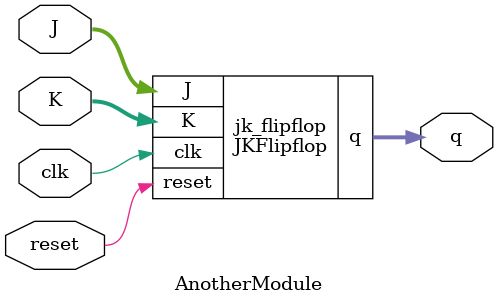
<source format=sv>
`timescale 1ns/1ns

module JKFlipflop(input logic [31:0] J, input logic [31:0] K,
                  input logic clk, input logic reset, output logic [31:0] q);
  logic [31:0] w;
  assign w=(J&~q)|(~K&q);
  Async_Flipflop dff1(w,clk,reset,q);
  Async_Flipflop dff2(w,clk,reset,q);
  Sync_Flipflop dff3(w,clk,reset,q);
endmodule

module Async_Flipflop(input logic [31:0] Din, input logic clk,
                      input logic reset, output logic [31:0] q);
    always_ff@(posedge clk or posedge reset) begin
      if(reset)
        q<='0;
      else
        q<=Din;
    end
endmodule

module Sync_Flipflop(input logic [31:0] Din, input logic clk,
                     input logic reset, output logic [31:0] q);
    always_ff@(posedge clk) begin
      if(reset)
        q<='0;
      else
        q<=Din;
    end
endmodule

module AnotherModule(input logic [31:0] J, input logic [31:0] K,
                     input logic clk, input logic reset, output logic [31:0] q);
    JKFlipflop jk_flipflop(J, K, clk, reset, q);
endmodule

</source>
